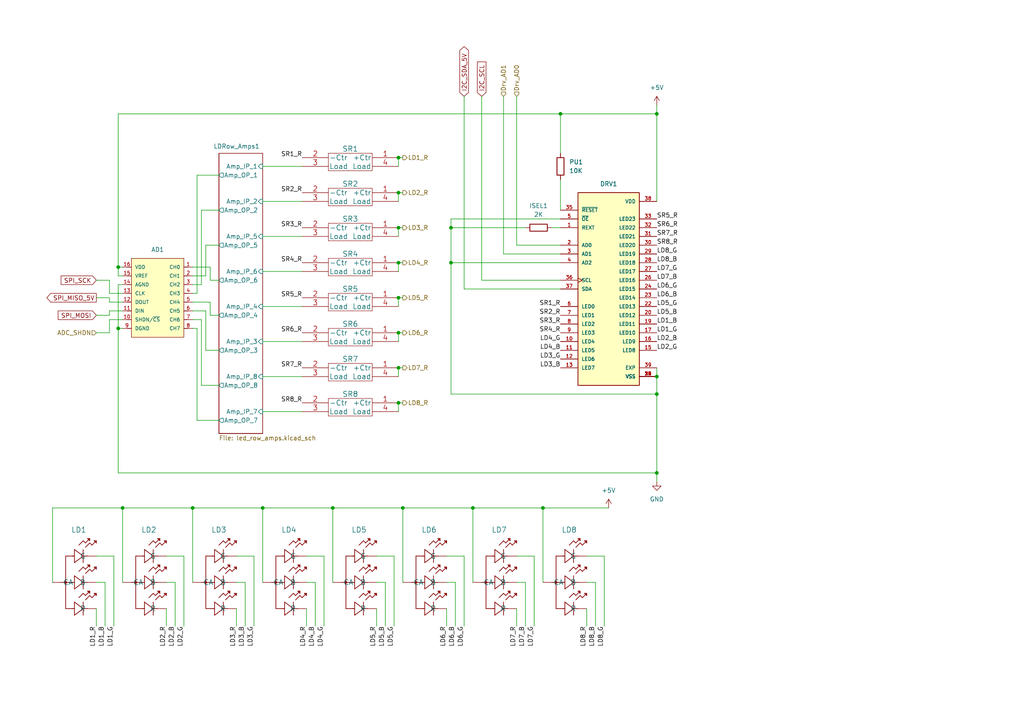
<source format=kicad_sch>
(kicad_sch (version 20211123) (generator eeschema)
  (paper "A4")
  (lib_symbols
    (symbol "ADC:MCU-MCP3008-I{brace}slash}P(DIP16-7.62MM)" (pin_names (offset 1.016))
      (property "Reference" "LED_Row_ADC_1" (at -0.381 15.24 0))
      (symbol "MCU-MCP3008-I{brace}slash}P(DIP16-7.62MM)_0_0"
        (rectangle (start -7.62 11.43) (end 7.62 -11.43) (stroke (width 0.1524)) (fill (type background)))
        (polyline (pts (xy -8.89 -8.89) (xy -7.62 -8.89)) (stroke (width 0.1524)))
        (polyline (pts (xy -8.89 -6.35) (xy -7.62 -6.35)) (stroke (width 0.1524)))
        (polyline (pts (xy -8.89 -3.81) (xy -7.62 -3.81)) (stroke (width 0.1524)))
        (polyline (pts (xy -8.89 -1.27) (xy -7.62 -1.27)) (stroke (width 0.1524)))
        (polyline (pts (xy -8.89 1.27) (xy -7.62 1.27)) (stroke (width 0.1524)))
        (polyline (pts (xy -8.89 3.81) (xy -7.62 3.81)) (stroke (width 0.1524)))
        (polyline (pts (xy -8.89 6.35) (xy -7.62 6.35)) (stroke (width 0.1524)))
        (polyline (pts (xy -8.89 8.89) (xy -7.62 8.89)) (stroke (width 0.1524)))
        (polyline (pts (xy 7.62 -8.89) (xy 8.89 -8.89)) (stroke (width 0.1524)))
        (polyline (pts (xy 7.62 -6.35) (xy 8.89 -6.35)) (stroke (width 0.1524)))
        (polyline (pts (xy 7.62 -3.81) (xy 8.89 -3.81)) (stroke (width 0.1524)))
        (polyline (pts (xy 7.62 -1.27) (xy 8.89 -1.27)) (stroke (width 0.1524)))
        (polyline (pts (xy 7.62 1.27) (xy 8.89 1.27)) (stroke (width 0.1524)))
        (polyline (pts (xy 7.62 3.81) (xy 8.89 3.81)) (stroke (width 0.1524)))
        (polyline (pts (xy 7.62 6.35) (xy 8.89 6.35)) (stroke (width 0.1524)))
        (polyline (pts (xy 7.62 8.89) (xy 8.89 8.89)) (stroke (width 0.1524)))
        (pin input line (at -10.16 8.89 0) (length 2.54) (name "CH0") (number "1"))
        (pin input line (at 10.16 -6.35 180) (length 2.54) (name "SHDN/~{CS}") (number "10"))
        (pin input line (at 10.16 -3.81 180) (length 2.54) (name "DIN") (number "11"))
        (pin output line (at 10.16 -1.27 180) (length 2.54) (name "DOUT") (number "12"))
        (pin input line (at 10.16 1.27 180) (length 2.54) (name "CLK") (number "13"))
        (pin power_in line (at 10.16 3.81 180) (length 2.54) (name "AGND") (number "14"))
        (pin input line (at 10.16 6.35 180) (length 2.54) (name "VREF") (number "15"))
        (pin power_in line (at 10.16 8.89 180) (length 2.54) (name "VDD") (number "16"))
        (pin input line (at -10.16 6.35 0) (length 2.54) (name "CH1") (number "2"))
        (pin input line (at -10.16 3.81 0) (length 2.54) (name "CH2") (number "3"))
        (pin input line (at -10.16 1.27 0) (length 2.54) (name "CH3") (number "4"))
        (pin input line (at -10.16 -1.27 0) (length 2.54) (name "CH4") (number "5"))
        (pin input line (at -10.16 -3.81 0) (length 2.54) (name "CH5") (number "6"))
        (pin input line (at -10.16 -6.35 0) (length 2.54) (name "CH6") (number "7"))
        (pin input line (at -10.16 -8.89 0) (length 2.54) (name "CH7") (number "8"))
        (pin input line (at 10.16 -8.89 180) (length 2.54) (name "DGND") (number "9"))
      )
    )
    (symbol "Device:R" (pin_numbers hide) (pin_names (offset 0))
      (property "Reference" "R" (at 2.032 0 90))
      (property "Value" "R" (at 0 0 90))
      (symbol "R_0_1"
        (rectangle (start -1.016 -2.54) (end 1.016 2.54) (stroke (width 0.254)))
      )
      (symbol "R_1_1"
        (pin passive line (at 0 3.81 270) (length 1.27) (name "~") (number "1"))
        (pin passive line (at 0 -3.81 90) (length 1.27) (name "~") (number "2"))
      )
    )
    (symbol "LED Driver:PCA9956BTWY" (pin_names (offset 1.016))
      (property "Reference" "LED_Driver_1" (at 0 30.48 0))
      (symbol "PCA9956BTWY_0_0"
        (rectangle (start -8.89 27.94) (end 8.89 -27.94) (stroke (width 0.254)) (fill (type background)))
        (pin input line (at -13.97 17.78 0) (length 5.08) (name "REXT") (number "1"))
        (pin output line (at -13.97 -15.24 0) (length 5.08) (name "LED4") (number "10"))
        (pin output line (at -13.97 -17.78 0) (length 5.08) (name "LED5") (number "11"))
        (pin output line (at -13.97 -20.32 0) (length 5.08) (name "LED6") (number "12"))
        (pin output line (at -13.97 -22.86 0) (length 5.08) (name "LED7") (number "13"))
        (pin power_in line (at 13.97 -25.4 180) (length 5.08) (name "VSS") (number "14"))
        (pin output line (at 13.97 -17.78 180) (length 5.08) (name "LED8") (number "15"))
        (pin output line (at 13.97 -15.24 180) (length 5.08) (name "LED9") (number "16"))
        (pin output line (at 13.97 -12.7 180) (length 5.08) (name "LED10") (number "17"))
        (pin power_in line (at 13.97 -25.4 180) (length 5.08) (name "VSS") (number "18"))
        (pin output line (at 13.97 -10.16 180) (length 5.08) (name "LED11") (number "19"))
        (pin input line (at -13.97 12.7 0) (length 5.08) (name "AD0") (number "2"))
        (pin output line (at 13.97 -7.62 180) (length 5.08) (name "LED12") (number "20"))
        (pin power_in line (at 13.97 -25.4 180) (length 5.08) (name "VSS") (number "21"))
        (pin output line (at 13.97 -5.08 180) (length 5.08) (name "LED13") (number "22"))
        (pin output line (at 13.97 -2.54 180) (length 5.08) (name "LED14") (number "23"))
        (pin output line (at 13.97 0 180) (length 5.08) (name "LED15") (number "24"))
        (pin power_in line (at 13.97 -25.4 180) (length 5.08) (name "VSS") (number "25"))
        (pin output line (at 13.97 2.54 180) (length 5.08) (name "LED16") (number "26"))
        (pin output line (at 13.97 5.08 180) (length 5.08) (name "LED17") (number "27"))
        (pin output line (at 13.97 7.62 180) (length 5.08) (name "LED18") (number "28"))
        (pin output line (at 13.97 10.16 180) (length 5.08) (name "LED19") (number "29"))
        (pin input line (at -13.97 10.16 0) (length 5.08) (name "AD1") (number "3"))
        (pin output line (at 13.97 12.7 180) (length 5.08) (name "LED20") (number "30"))
        (pin output line (at 13.97 15.24 180) (length 5.08) (name "LED21") (number "31"))
        (pin output line (at 13.97 17.78 180) (length 5.08) (name "LED22") (number "32"))
        (pin output line (at 13.97 20.32 180) (length 5.08) (name "LED23") (number "33"))
        (pin power_in line (at 13.97 -25.4 180) (length 5.08) (name "VSS") (number "34"))
        (pin input line (at -13.97 22.86 0) (length 5.08) (name "~{RESET}") (number "35"))
        (pin input clock (at -13.97 2.54 0) (length 5.08) (name "SCL") (number "36"))
        (pin bidirectional line (at -13.97 0 0) (length 5.08) (name "SDA") (number "37"))
        (pin power_in line (at 13.97 25.4 180) (length 5.08) (name "VDD") (number "38"))
        (pin power_in line (at 13.97 -22.86 180) (length 5.08) (name "EXP") (number "39"))
        (pin input line (at -13.97 7.62 0) (length 5.08) (name "AD2") (number "4"))
        (pin input line (at -13.97 20.32 0) (length 5.08) (name "~{OE}") (number "5"))
        (pin output line (at -13.97 -5.08 0) (length 5.08) (name "LED0") (number "6"))
        (pin output line (at -13.97 -7.62 0) (length 5.08) (name "LED1") (number "7"))
        (pin output line (at -13.97 -10.16 0) (length 5.08) (name "LED2") (number "8"))
        (pin output line (at -13.97 -12.7 0) (length 5.08) (name "LED3") (number "9"))
      )
    )
    (symbol "RGB LED:WP154A4SEJ3VBDZGC{brace}slash}CA" (pin_numbers hide)
      (property "Reference" "LED" (at 5.08 -11.43 0))
      (property "Value" "WP154A4SEJ3VBDZGC{brace}slash}CA" (at 5.08 -13.97 0))
      (symbol "WP154A4SEJ3VBDZGC{brace}slash}CA_1_1"
        (polyline (pts (xy 2.54 0) (xy 6.0198 0)) (stroke (width 0.2032)))
        (polyline (pts (xy 3.81 -7.62) (xy 6.0198 -7.62)) (stroke (width 0.2032)))
        (polyline (pts (xy 3.81 7.62) (xy 3.81 -7.62)) (stroke (width 0.2032)))
        (polyline (pts (xy 3.81 7.62) (xy 6.0198 7.62)) (stroke (width 0.2032)))
        (polyline (pts (xy 5.715 -7.62) (xy 6.35 -7.62)) (stroke (width 0.2032)))
        (polyline (pts (xy 5.715 0) (xy 6.35 0)) (stroke (width 0.2032)))
        (polyline (pts (xy 5.715 7.62) (xy 6.35 7.62)) (stroke (width 0.2032)))
        (polyline (pts (xy 6.35 -9.525) (xy 8.89 -7.62)) (stroke (width 0.2032)))
        (polyline (pts (xy 6.35 -5.715) (xy 6.35 -9.525)) (stroke (width 0.2032)))
        (polyline (pts (xy 6.35 -1.905) (xy 8.89 0)) (stroke (width 0.2032)))
        (polyline (pts (xy 6.35 1.905) (xy 6.35 -1.905)) (stroke (width 0.2032)))
        (polyline (pts (xy 6.35 5.715) (xy 8.89 7.62)) (stroke (width 0.2032)))
        (polyline (pts (xy 6.35 9.525) (xy 6.35 5.715)) (stroke (width 0.2032)))
        (polyline (pts (xy 7.62 -4.445) (xy 8.89 -3.175)) (stroke (width 0.2032)))
        (polyline (pts (xy 7.62 3.175) (xy 8.89 4.445)) (stroke (width 0.2032)))
        (polyline (pts (xy 7.62 10.795) (xy 8.89 12.065)) (stroke (width 0.2032)))
        (polyline (pts (xy 8.89 -9.525) (xy 8.89 -5.715)) (stroke (width 0.2032)))
        (polyline (pts (xy 8.89 -7.62) (xy 6.35 -5.715)) (stroke (width 0.2032)))
        (polyline (pts (xy 8.89 -7.62) (xy 10.16 -7.62)) (stroke (width 0.2032)))
        (polyline (pts (xy 8.89 -3.175) (xy 9.525 -3.81)) (stroke (width 0.2032)))
        (polyline (pts (xy 8.89 -1.905) (xy 8.89 1.905)) (stroke (width 0.2032)))
        (polyline (pts (xy 8.89 0) (xy 6.35 1.905)) (stroke (width 0.2032)))
        (polyline (pts (xy 8.89 0) (xy 10.16 0)) (stroke (width 0.2032)))
        (polyline (pts (xy 8.89 4.445) (xy 9.525 3.81)) (stroke (width 0.2032)))
        (polyline (pts (xy 8.89 5.715) (xy 8.89 9.525)) (stroke (width 0.2032)))
        (polyline (pts (xy 8.89 7.62) (xy 6.35 9.525)) (stroke (width 0.2032)))
        (polyline (pts (xy 8.89 7.62) (xy 10.16 7.62)) (stroke (width 0.2032)))
        (polyline (pts (xy 8.89 12.065) (xy 9.525 11.43)) (stroke (width 0.2032)))
        (polyline (pts (xy 9.525 -5.08) (xy 10.795 -3.81)) (stroke (width 0.2032)))
        (polyline (pts (xy 9.525 -3.81) (xy 10.795 -2.54)) (stroke (width 0.2032)))
        (polyline (pts (xy 9.525 2.54) (xy 10.795 3.81)) (stroke (width 0.2032)))
        (polyline (pts (xy 9.525 3.81) (xy 10.795 5.08)) (stroke (width 0.2032)))
        (polyline (pts (xy 9.525 10.16) (xy 10.795 11.43)) (stroke (width 0.2032)))
        (polyline (pts (xy 9.525 11.43) (xy 10.795 12.7)) (stroke (width 0.2032)))
        (polyline (pts (xy 10.16 -2.54) (xy 10.795 -3.175)) (stroke (width 0.2032)))
        (polyline (pts (xy 10.16 5.08) (xy 10.795 4.445)) (stroke (width 0.2032)))
        (polyline (pts (xy 10.16 12.7) (xy 10.795 12.065)) (stroke (width 0.2032)))
        (polyline (pts (xy 10.795 -3.81) (xy 11.43 -4.445)) (stroke (width 0.2032)))
        (polyline (pts (xy 10.795 -3.175) (xy 10.795 -2.54)) (stroke (width 0.2032)))
        (polyline (pts (xy 10.795 -2.54) (xy 10.16 -2.54)) (stroke (width 0.2032)))
        (polyline (pts (xy 10.795 3.81) (xy 11.43 3.175)) (stroke (width 0.2032)))
        (polyline (pts (xy 10.795 4.445) (xy 10.795 5.08)) (stroke (width 0.2032)))
        (polyline (pts (xy 10.795 5.08) (xy 10.16 5.08)) (stroke (width 0.2032)))
        (polyline (pts (xy 10.795 11.43) (xy 11.43 10.795)) (stroke (width 0.2032)))
        (polyline (pts (xy 10.795 12.065) (xy 10.795 12.7)) (stroke (width 0.2032)))
        (polyline (pts (xy 10.795 12.7) (xy 10.16 12.7)) (stroke (width 0.2032)))
        (polyline (pts (xy 11.43 -4.445) (xy 12.7 -3.175)) (stroke (width 0.2032)))
        (polyline (pts (xy 11.43 3.175) (xy 12.7 4.445)) (stroke (width 0.2032)))
        (polyline (pts (xy 11.43 10.795) (xy 12.7 12.065)) (stroke (width 0.2032)))
        (polyline (pts (xy 12.065 -3.175) (xy 12.7 -3.81)) (stroke (width 0.2032)))
        (polyline (pts (xy 12.065 4.445) (xy 12.7 3.81)) (stroke (width 0.2032)))
        (polyline (pts (xy 12.065 12.065) (xy 12.7 11.43)) (stroke (width 0.2032)))
        (polyline (pts (xy 12.7 -3.81) (xy 12.7 -3.175)) (stroke (width 0.2032)))
        (polyline (pts (xy 12.7 -3.175) (xy 12.065 -3.175)) (stroke (width 0.2032)))
        (polyline (pts (xy 12.7 3.81) (xy 12.7 4.445)) (stroke (width 0.2032)))
        (polyline (pts (xy 12.7 4.445) (xy 12.065 4.445)) (stroke (width 0.2032)))
        (polyline (pts (xy 12.7 11.43) (xy 12.7 12.065)) (stroke (width 0.2032)))
        (polyline (pts (xy 12.7 12.065) (xy 12.065 12.065)) (stroke (width 0.2032)))
        (arc (start 3.81 -0.254) (mid 3.81 0.254) (end 3.81 -0.254) (stroke (width 0.254)))
        (circle (center 3.81 0) (radius 0.254) (stroke (width 0.254)))
        (pin unspecified line (at 12.7 -7.62 180) (length 2.54) (name "R") (number "1"))
        (pin power_in line (at 0 0 0) (length 2.54) (name "CA") (number "2"))
        (pin unspecified line (at 12.7 0 180) (length 2.54) (name "B") (number "3"))
        (pin unspecified line (at 12.7 7.62 180) (length 2.54) (name "G") (number "4"))
      )
    )
    (symbol "SSR:TLP4176ATP_F" (pin_names (offset 0.254))
      (property "Reference" "Q" (at 0 3.81 0))
      (symbol "TLP4176ATP_F_1_1"
        (polyline (pts (xy -6.35 -2.54) (xy 6.35 -2.54)) (stroke (width 0.127)))
        (polyline (pts (xy -6.35 2.54) (xy -6.35 -2.54)) (stroke (width 0.127)))
        (polyline (pts (xy 6.35 -2.54) (xy 6.35 2.54)) (stroke (width 0.127)))
        (polyline (pts (xy 6.35 2.54) (xy -6.35 2.54)) (stroke (width 0.127)))
        (pin unspecified line (at 13.97 1.27 180) (length 7.62) (name "+Ctr") (number "1"))
        (pin unspecified line (at -13.97 1.27 0) (length 7.62) (name "-Ctr") (number "2"))
        (pin unspecified line (at -13.97 -1.27 0) (length 7.62) (name "Load") (number "3"))
        (pin unspecified line (at 13.97 -1.27 180) (length 7.62) (name "Load") (number "4"))
      )
    )
    (symbol "power:+5V" (power) (pin_names (offset 0))
      (property "Value" "+5V" (at 0 3.556 0))
      (symbol "+5V_0_1"
        (polyline (pts (xy -0.762 1.27) (xy 0 2.54)))
        (polyline (pts (xy 0 0) (xy 0 2.54)))
        (polyline (pts (xy 0 2.54) (xy 0.762 1.27)))
      )
      (symbol "+5V_1_1"
        (pin power_in line (at 0 0 90) (length 0) hide (name "+5V") (number "1"))
      )
    )
    (symbol "power:GND" (power) (pin_names (offset 0))
      (property "Value" "GND" (at 0 -3.81 0))
      (symbol "GND_0_1"
        (polyline (pts (xy 0 0) (xy 0 -1.27) (xy 1.27 -1.27) (xy 0 -2.54) (xy -1.27 -1.27) (xy 0 -1.27)))
      )
      (symbol "GND_1_1"
        (pin power_in line (at 0 0 270) (length 0) hide (name "GND") (number "1"))
      )
    )
  )
  (junction (at 115.57 45.72))
  (junction (at 55.88 147.32))
  (junction (at 115.57 106.68))
  (junction (at 130.81 76.2))
  (junction (at 35.56 147.32))
  (junction (at 137.16 147.32))
  (junction (at 115.57 55.88))
  (junction (at 116.84 147.32))
  (junction (at 34.29 77.47))
  (junction (at 96.52 147.32))
  (junction (at 76.2 147.32))
  (junction (at 115.57 66.04))
  (junction (at 115.57 96.52))
  (junction (at 115.57 86.36))
  (junction (at 34.29 95.25))
  (junction (at 115.57 116.84))
  (junction (at 190.5 114.3))
  (junction (at 190.5 109.22))
  (junction (at 190.5 33.02))
  (junction (at 130.81 66.04))
  (junction (at 162.56 33.02))
  (junction (at 115.57 76.2))
  (junction (at 157.48 147.32))
  (junction (at 190.5 137.16))
  (wire (pts (xy 55.88 82.55) (xy 58.42 82.55)))
  (wire (pts (xy 60.96 91.44) (xy 60.96 87.63)))
  (wire (pts (xy 130.81 66.04) (xy 130.81 63.5)))
  (wire (pts (xy 170.18 168.91) (xy 172.72 168.91)))
  (wire (pts (xy 93.98 161.29) (xy 93.98 181.61)))
  (wire (pts (xy 31.75 81.28) (xy 31.75 85.09)))
  (wire (pts (xy 63.5 71.12) (xy 59.69 71.12)))
  (wire (pts (xy 60.96 87.63) (xy 55.88 87.63)))
  (wire (pts (xy 48.26 168.91) (xy 50.8 168.91)))
  (wire (pts (xy 109.22 161.29) (xy 114.3 161.29)))
  (wire (pts (xy 76.2 109.22) (xy 87.63 109.22)))
  (wire (pts (xy 96.52 147.32) (xy 96.52 168.91)))
  (wire (pts (xy 53.34 161.29) (xy 53.34 181.61)))
  (wire (pts (xy 34.29 77.47) (xy 34.29 33.02)))
  (wire (pts (xy 27.94 176.53) (xy 27.94 181.61)))
  (wire (pts (xy 130.81 76.2) (xy 162.56 76.2)))
  (wire (pts (xy 162.56 33.02) (xy 162.56 44.45)))
  (wire (pts (xy 190.5 33.02) (xy 190.5 58.42)))
  (wire (pts (xy 139.7 27.94) (xy 139.7 81.28)))
  (wire (pts (xy 55.88 147.32) (xy 55.88 168.91)))
  (wire (pts (xy 116.84 147.32) (xy 137.16 147.32)))
  (wire (pts (xy 170.18 176.53) (xy 170.18 181.61)))
  (wire (pts (xy 27.94 161.29) (xy 33.02 161.29)))
  (wire (pts (xy 175.26 161.29) (xy 175.26 181.61)))
  (wire (pts (xy 190.5 106.68) (xy 190.5 109.22)))
  (wire (pts (xy 88.9 168.91) (xy 91.44 168.91)))
  (wire (pts (xy 190.5 137.16) (xy 190.5 139.7)))
  (wire (pts (xy 115.57 66.04) (xy 116.84 66.04)))
  (wire (pts (xy 132.08 168.91) (xy 132.08 181.61)))
  (wire (pts (xy 115.57 55.88) (xy 116.84 55.88)))
  (wire (pts (xy 130.81 63.5) (xy 162.56 63.5)))
  (wire (pts (xy 60.96 77.47) (xy 55.88 77.47)))
  (wire (pts (xy 76.2 68.58) (xy 87.63 68.58)))
  (wire (pts (xy 149.86 71.12) (xy 162.56 71.12)))
  (wire (pts (xy 34.29 137.16) (xy 190.5 137.16)))
  (wire (pts (xy 134.62 83.82) (xy 162.56 83.82)))
  (wire (pts (xy 27.94 86.36) (xy 31.75 86.36)))
  (wire (pts (xy 88.9 176.53) (xy 88.9 181.61)))
  (wire (pts (xy 68.58 168.91) (xy 71.12 168.91)))
  (wire (pts (xy 57.15 50.8) (xy 57.15 85.09)))
  (wire (pts (xy 149.86 161.29) (xy 154.94 161.29)))
  (wire (pts (xy 96.52 147.32) (xy 116.84 147.32)))
  (wire (pts (xy 50.8 168.91) (xy 50.8 181.61)))
  (wire (pts (xy 34.29 82.55) (xy 34.29 95.25)))
  (wire (pts (xy 57.15 85.09) (xy 55.88 85.09)))
  (wire (pts (xy 35.56 147.32) (xy 35.56 168.91)))
  (wire (pts (xy 149.86 27.94) (xy 149.86 71.12)))
  (wire (pts (xy 115.57 116.84) (xy 116.84 116.84)))
  (wire (pts (xy 33.02 161.29) (xy 33.02 181.61)))
  (wire (pts (xy 34.29 33.02) (xy 162.56 33.02)))
  (wire (pts (xy 149.86 168.91) (xy 152.4 168.91)))
  (wire (pts (xy 27.94 96.52) (xy 31.75 96.52)))
  (wire (pts (xy 63.5 91.44) (xy 60.96 91.44)))
  (wire (pts (xy 76.2 147.32) (xy 96.52 147.32)))
  (wire (pts (xy 31.75 87.63) (xy 35.56 87.63)))
  (wire (pts (xy 73.66 161.29) (xy 73.66 181.61)))
  (wire (pts (xy 34.29 95.25) (xy 35.56 95.25)))
  (wire (pts (xy 58.42 92.71) (xy 58.42 111.76)))
  (wire (pts (xy 58.42 60.96) (xy 63.5 60.96)))
  (wire (pts (xy 109.22 176.53) (xy 109.22 181.61)))
  (wire (pts (xy 31.75 92.71) (xy 35.56 92.71)))
  (wire (pts (xy 139.7 81.28) (xy 162.56 81.28)))
  (wire (pts (xy 170.18 161.29) (xy 175.26 161.29)))
  (wire (pts (xy 34.29 77.47) (xy 34.29 80.01)))
  (wire (pts (xy 137.16 147.32) (xy 137.16 168.91)))
  (wire (pts (xy 63.5 81.28) (xy 60.96 81.28)))
  (wire (pts (xy 31.75 91.44) (xy 31.75 90.17)))
  (wire (pts (xy 109.22 168.91) (xy 111.76 168.91)))
  (wire (pts (xy 134.62 161.29) (xy 134.62 181.61)))
  (wire (pts (xy 115.57 119.38) (xy 115.57 116.84)))
  (wire (pts (xy 60.96 81.28) (xy 60.96 77.47)))
  (wire (pts (xy 115.57 76.2) (xy 116.84 76.2)))
  (wire (pts (xy 115.57 48.26) (xy 115.57 45.72)))
  (wire (pts (xy 76.2 58.42) (xy 87.63 58.42)))
  (wire (pts (xy 190.5 30.48) (xy 190.5 33.02)))
  (wire (pts (xy 15.24 168.91) (xy 15.24 147.32)))
  (wire (pts (xy 76.2 88.9) (xy 87.63 88.9)))
  (wire (pts (xy 34.29 95.25) (xy 34.29 137.16)))
  (wire (pts (xy 35.56 82.55) (xy 34.29 82.55)))
  (wire (pts (xy 162.56 52.07) (xy 162.56 60.96)))
  (wire (pts (xy 55.88 95.25) (xy 57.15 95.25)))
  (wire (pts (xy 91.44 168.91) (xy 91.44 181.61)))
  (wire (pts (xy 115.57 86.36) (xy 116.84 86.36)))
  (wire (pts (xy 115.57 68.58) (xy 115.57 66.04)))
  (wire (pts (xy 129.54 168.91) (xy 132.08 168.91)))
  (wire (pts (xy 76.2 99.06) (xy 87.63 99.06)))
  (wire (pts (xy 35.56 77.47) (xy 34.29 77.47)))
  (wire (pts (xy 58.42 111.76) (xy 63.5 111.76)))
  (wire (pts (xy 115.57 99.06) (xy 115.57 96.52)))
  (wire (pts (xy 59.69 90.17) (xy 55.88 90.17)))
  (wire (pts (xy 130.81 66.04) (xy 152.4 66.04)))
  (wire (pts (xy 27.94 81.28) (xy 31.75 81.28)))
  (wire (pts (xy 76.2 147.32) (xy 76.2 168.91)))
  (wire (pts (xy 190.5 114.3) (xy 190.5 137.16)))
  (wire (pts (xy 152.4 168.91) (xy 152.4 181.61)))
  (wire (pts (xy 115.57 106.68) (xy 116.84 106.68)))
  (wire (pts (xy 134.62 27.94) (xy 134.62 83.82)))
  (wire (pts (xy 31.75 90.17) (xy 35.56 90.17)))
  (wire (pts (xy 31.75 96.52) (xy 31.75 92.71)))
  (wire (pts (xy 130.81 76.2) (xy 130.81 66.04)))
  (wire (pts (xy 34.29 80.01) (xy 35.56 80.01)))
  (wire (pts (xy 154.94 161.29) (xy 154.94 181.61)))
  (wire (pts (xy 130.81 114.3) (xy 130.81 76.2)))
  (wire (pts (xy 190.5 109.22) (xy 190.5 114.3)))
  (wire (pts (xy 146.05 27.94) (xy 146.05 73.66)))
  (wire (pts (xy 55.88 147.32) (xy 76.2 147.32)))
  (wire (pts (xy 71.12 168.91) (xy 71.12 181.61)))
  (wire (pts (xy 115.57 58.42) (xy 115.57 55.88)))
  (wire (pts (xy 48.26 176.53) (xy 48.26 181.61)))
  (wire (pts (xy 157.48 147.32) (xy 157.48 168.91)))
  (wire (pts (xy 63.5 50.8) (xy 57.15 50.8)))
  (wire (pts (xy 115.57 88.9) (xy 115.57 86.36)))
  (wire (pts (xy 160.02 66.04) (xy 162.56 66.04)))
  (wire (pts (xy 59.69 80.01) (xy 55.88 80.01)))
  (wire (pts (xy 111.76 168.91) (xy 111.76 181.61)))
  (wire (pts (xy 162.56 33.02) (xy 190.5 33.02)))
  (wire (pts (xy 116.84 147.32) (xy 116.84 168.91)))
  (wire (pts (xy 27.94 91.44) (xy 31.75 91.44)))
  (wire (pts (xy 59.69 101.6) (xy 59.69 90.17)))
  (wire (pts (xy 115.57 96.52) (xy 116.84 96.52)))
  (wire (pts (xy 57.15 95.25) (xy 57.15 121.92)))
  (wire (pts (xy 15.24 147.32) (xy 35.56 147.32)))
  (wire (pts (xy 114.3 161.29) (xy 114.3 181.61)))
  (wire (pts (xy 76.2 119.38) (xy 87.63 119.38)))
  (wire (pts (xy 115.57 109.22) (xy 115.57 106.68)))
  (wire (pts (xy 27.94 168.91) (xy 30.48 168.91)))
  (wire (pts (xy 157.48 147.32) (xy 176.53 147.32)))
  (wire (pts (xy 115.57 78.74) (xy 115.57 76.2)))
  (wire (pts (xy 48.26 161.29) (xy 53.34 161.29)))
  (wire (pts (xy 76.2 78.74) (xy 87.63 78.74)))
  (wire (pts (xy 115.57 45.72) (xy 116.84 45.72)))
  (wire (pts (xy 31.75 86.36) (xy 31.75 87.63)))
  (wire (pts (xy 88.9 161.29) (xy 93.98 161.29)))
  (wire (pts (xy 76.2 48.26) (xy 87.63 48.26)))
  (wire (pts (xy 190.5 114.3) (xy 130.81 114.3)))
  (wire (pts (xy 35.56 147.32) (xy 55.88 147.32)))
  (wire (pts (xy 30.48 168.91) (xy 30.48 181.61)))
  (wire (pts (xy 129.54 176.53) (xy 129.54 181.61)))
  (wire (pts (xy 129.54 161.29) (xy 134.62 161.29)))
  (wire (pts (xy 149.86 176.53) (xy 149.86 181.61)))
  (wire (pts (xy 59.69 71.12) (xy 59.69 80.01)))
  (wire (pts (xy 63.5 101.6) (xy 59.69 101.6)))
  (wire (pts (xy 58.42 82.55) (xy 58.42 60.96)))
  (wire (pts (xy 172.72 168.91) (xy 172.72 181.61)))
  (wire (pts (xy 68.58 161.29) (xy 73.66 161.29)))
  (wire (pts (xy 57.15 121.92) (xy 63.5 121.92)))
  (wire (pts (xy 137.16 147.32) (xy 157.48 147.32)))
  (wire (pts (xy 68.58 176.53) (xy 68.58 181.61)))
  (wire (pts (xy 31.75 85.09) (xy 35.56 85.09)))
  (wire (pts (xy 55.88 92.71) (xy 58.42 92.71)))
  (wire (pts (xy 146.05 73.66) (xy 162.56 73.66)))
  (label "LD3_G" (at 162.56 104.14 180))
  (label "LD6_B" (at 190.5 86.36 0))
  (label "LD6_B" (at 132.08 181.61 270))
  (label "LD3_B" (at 71.12 181.61 270))
  (label "LD3_R" (at 68.58 181.61 270))
  (label "LD6_G" (at 190.5 83.82 0))
  (label "LD4_B" (at 91.44 181.61 270))
  (label "SR3_R" (at 162.56 93.98 180))
  (label "SR7_R" (at 190.5 68.58 0))
  (label "LD7_R" (at 149.86 181.61 270))
  (label "LD6_G" (at 134.62 181.61 270))
  (label "LD3_G" (at 73.66 181.61 270))
  (label "LD8_R" (at 170.18 181.61 270))
  (label "LD8_B" (at 190.5 76.2 0))
  (label "SR4_R" (at 162.56 96.52 180))
  (label "SR6_R" (at 190.5 66.04 0))
  (label "LD7_B" (at 190.5 81.28 0))
  (label "LD5_R" (at 109.22 181.61 270))
  (label "LD5_G" (at 114.3 181.61 270))
  (label "LD7_G" (at 154.94 181.61 270))
  (label "SR1_R" (at 87.63 45.72 180))
  (label "LD2_R" (at 48.26 181.61 270))
  (label "LD8_G" (at 175.26 181.61 270))
  (label "SR5_R" (at 190.5 63.5 0))
  (label "SR1_R" (at 162.56 88.9 180))
  (label "LD6_R" (at 129.54 181.61 270))
  (label "SR5_R" (at 87.63 86.36 180))
  (label "LD4_G" (at 93.98 181.61 270))
  (label "SR7_R" (at 87.63 106.68 180))
  (label "SR2_R" (at 162.56 91.44 180))
  (label "SR3_R" (at 87.63 66.04 180))
  (label "LD1_B" (at 30.48 181.61 270))
  (label "SR6_R" (at 87.63 96.52 180))
  (label "LD5_G" (at 190.5 88.9 0))
  (label "LD2_B" (at 50.8 181.61 270))
  (label "LD5_B" (at 190.5 91.44 0))
  (label "LD1_R" (at 27.94 181.61 270))
  (label "LD8_B" (at 172.72 181.61 270))
  (label "LD5_B" (at 111.76 181.61 270))
  (label "LD7_G" (at 190.5 78.74 0))
  (label "LD4_R" (at 88.9 181.61 270))
  (label "LD1_G" (at 190.5 96.52 0))
  (label "LD1_B" (at 190.5 93.98 0))
  (label "LD3_B" (at 162.56 106.68 180))
  (label "SR8_R" (at 87.63 116.84 180))
  (label "SR8_R" (at 190.5 71.12 0))
  (label "LD7_B" (at 152.4 181.61 270))
  (label "LD4_B" (at 162.56 101.6 180))
  (label "SR2_R" (at 87.63 55.88 180))
  (label "LD1_G" (at 33.02 181.61 270))
  (label "LD2_G" (at 53.34 181.61 270))
  (label "SR4_R" (at 87.63 76.2 180))
  (label "LD2_G" (at 190.5 101.6 0))
  (label "LD4_G" (at 162.56 99.06 180))
  (label "LD8_G" (at 190.5 73.66 0))
  (label "LD2_B" (at 190.5 99.06 0))
  (global_label "SPI_MOSI" (shape input) (at 27.94 91.44 180) (property "Intersheet References" "${INTERSHEET_REFS}" (effects hide)))
  (global_label "I2C_SCL" (shape input) (at 139.7 27.94 90) (property "Intersheet References" "${INTERSHEET_REFS}" (effects hide)))
  (global_label "SPI_SCK" (shape input) (at 27.94 81.28 180) (property "Intersheet References" "${INTERSHEET_REFS}" (effects hide)))
  (global_label "SPI_MISO_5V" (shape output) (at 27.94 86.36 180) (property "Intersheet References" "${INTERSHEET_REFS}" (effects hide)))
  (global_label "I2C_SDA_5V" (shape bidirectional) (at 134.62 27.94 90) (property "Intersheet References" "${INTERSHEET_REFS}" (effects hide)))
  (hierarchical_label "LD2_R" (shape output) (at 116.84 55.88 0))
  (hierarchical_label "LD4_R" (shape output) (at 116.84 76.2 0))
  (hierarchical_label "LD5_R" (shape output) (at 116.84 86.36 0))
  (hierarchical_label "LD6_R" (shape output) (at 116.84 96.52 0))
  (hierarchical_label "Drv_AD1" (shape input) (at 146.05 27.94 90))
  (hierarchical_label "ADC_SHDN" (shape input) (at 27.94 96.52 180))
  (hierarchical_label "LD7_R" (shape output) (at 116.84 106.68 0))
  (hierarchical_label "LD8_R" (shape output) (at 116.84 116.84 0))
  (hierarchical_label "LD1_R" (shape output) (at 116.84 45.72 0))
  (hierarchical_label "Drv_AD0" (shape input) (at 149.86 27.94 90))
  (hierarchical_label "LD3_R" (shape output) (at 116.84 66.04 0))
  (symbol (lib_id "SSR:TLP4176ATP_F") (at 101.6 97.79 0) (unit 1)
    (property "Reference" "SR6" (at 101.6 93.98 0) (effects (font (size 1.524 1.524))))
    (property "Value" "TLP4176ATP_F" (effects hide))
    (property "Footprint" "SSR:footprints" (effects hide))
  )
  (symbol (lib_id "power:+5V") (at 176.53 147.32 0) (unit 1)
    (property "Reference" "#PWR0109" (effects hide))
    (property "Value" "+5V" (at 176.53 142.24 0))
  )
  (symbol (lib_id "SSR:TLP4176ATP_F") (at 101.6 87.63 0) (unit 1)
    (property "Reference" "SR5" (at 101.6 83.82 0) (effects (font (size 1.524 1.524))))
    (property "Value" "TLP4176ATP_F" (effects hide))
    (property "Footprint" "SSR:footprints" (effects hide))
  )
  (symbol (lib_id "SSR:TLP4176ATP_F") (at 101.6 67.31 0) (unit 1)
    (property "Reference" "SR3" (at 101.6 63.5 0) (effects (font (size 1.524 1.524))))
    (property "Value" "TLP4176ATP_F" (effects hide))
    (property "Footprint" "SSR:footprints" (effects hide))
  )
  (symbol (lib_id "RGB LED:WP154A4SEJ3VBDZGC{brace}slash}CA") (at 15.24 168.91 0) (unit 1)
    (property "Reference" "LD1" (at 22.86 153.67 0) (effects (font (size 1.524 1.524))))
    (property "Value" "WP154A4SEJ3VBDZGC{slash}CA" (effects hide))
    (property "Footprint" "RGB LED:WP154A4SEJ3VBDZGC&slash_CA" (effects hide))
  )
  (symbol (lib_id "RGB LED:WP154A4SEJ3VBDZGC{brace}slash}CA") (at 55.88 168.91 0) (unit 1)
    (property "Reference" "LD3" (at 63.5 153.67 0) (effects (font (size 1.524 1.524))))
    (property "Value" "WP154A4SEJ3VBDZGC{slash}CA" (effects hide))
    (property "Footprint" "RGB LED:WP154A4SEJ3VBDZGC&slash_CA" (effects hide))
  )
  (symbol (lib_id "RGB LED:WP154A4SEJ3VBDZGC{brace}slash}CA") (at 76.2 168.91 0) (unit 1)
    (property "Reference" "LD4" (at 83.82 153.67 0) (effects (font (size 1.524 1.524))))
    (property "Value" "WP154A4SEJ3VBDZGC{slash}CA" (effects hide))
    (property "Footprint" "RGB LED:WP154A4SEJ3VBDZGC&slash_CA" (effects hide))
  )
  (symbol (lib_id "SSR:TLP4176ATP_F") (at 101.6 77.47 0) (unit 1)
    (property "Reference" "SR4" (at 101.6 73.66 0) (effects (font (size 1.524 1.524))))
    (property "Value" "TLP4176ATP_F" (effects hide))
    (property "Footprint" "SSR:footprints" (effects hide))
  )
  (symbol (lib_id "SSR:TLP4176ATP_F") (at 101.6 57.15 0) (unit 1)
    (property "Reference" "SR2" (at 101.6 53.34 0) (effects (font (size 1.524 1.524))))
    (property "Value" "TLP4176ATP_F" (effects hide))
    (property "Footprint" "SSR:footprints" (effects hide))
  )
  (symbol (lib_id "ADC:MCU-MCP3008-I{brace}slash}P(DIP16-7.62MM)") (at 45.72 86.36 0) (mirror y) (unit 1)
    (property "Reference" "AD1" (at 45.72 72.39 0))
    (property "Value" "MCU-MCP3008-I/P(DIP16-7.62MM)" (effects hide))
    (property "Footprint" "ADC:MCP3008-I&slash_P" (effects hide))
    (property "MPN" "MCP3008-I/P" (effects hide))
    (property "VALUE" "MCP3008-I/P-DIP16" (effects hide))
  )
  (symbol (lib_id "RGB LED:WP154A4SEJ3VBDZGC{brace}slash}CA") (at 157.48 168.91 0) (unit 1)
    (property "Reference" "LD8" (at 165.1 153.67 0) (effects (font (size 1.524 1.524))))
    (property "Value" "WP154A4SEJ3VBDZGC{slash}CA" (effects hide))
    (property "Footprint" "RGB LED:WP154A4SEJ3VBDZGC&slash_CA" (effects hide))
  )
  (symbol (lib_id "SSR:TLP4176ATP_F") (at 101.6 46.99 0) (unit 1)
    (property "Reference" "SR1" (at 101.6 43.18 0) (effects (font (size 1.524 1.524))))
    (property "Value" "TLP4176ATP_F" (effects hide))
    (property "Footprint" "SSR:footprints" (effects hide))
  )
  (symbol (lib_id "RGB LED:WP154A4SEJ3VBDZGC{brace}slash}CA") (at 96.52 168.91 0) (unit 1)
    (property "Reference" "LD5" (at 104.14 153.67 0) (effects (font (size 1.524 1.524))))
    (property "Value" "WP154A4SEJ3VBDZGC{slash}CA" (effects hide))
    (property "Footprint" "RGB LED:WP154A4SEJ3VBDZGC&slash_CA" (effects hide))
  )
  (symbol (lib_id "RGB LED:WP154A4SEJ3VBDZGC{brace}slash}CA") (at 137.16 168.91 0) (unit 1)
    (property "Reference" "LD7" (at 144.78 153.67 0) (effects (font (size 1.524 1.524))))
    (property "Value" "WP154A4SEJ3VBDZGC{slash}CA" (effects hide))
    (property "Footprint" "RGB LED:WP154A4SEJ3VBDZGC&slash_CA" (effects hide))
  )
  (symbol (lib_id "power:+5V") (at 190.5 30.48 0) (unit 1)
    (property "Reference" "#PWR0105" (effects hide))
    (property "Value" "+5V" (at 190.5 25.4 0))
  )
  (symbol (lib_id "power:GND") (at 190.5 139.7 0) (unit 1)
    (property "Reference" "#PWR0106" (effects hide))
    (property "Value" "GND" (at 190.5 144.78 0))
  )
  (symbol (lib_id "RGB LED:WP154A4SEJ3VBDZGC{brace}slash}CA") (at 116.84 168.91 0) (unit 1)
    (property "Reference" "LD6" (at 124.46 153.67 0) (effects (font (size 1.524 1.524))))
    (property "Value" "WP154A4SEJ3VBDZGC{slash}CA" (effects hide))
    (property "Footprint" "RGB LED:WP154A4SEJ3VBDZGC&slash_CA" (effects hide))
  )
  (symbol (lib_id "RGB LED:WP154A4SEJ3VBDZGC{brace}slash}CA") (at 35.56 168.91 0) (unit 1)
    (property "Reference" "LD2" (at 43.18 153.67 0) (effects (font (size 1.524 1.524))))
    (property "Value" "WP154A4SEJ3VBDZGC{slash}CA" (effects hide))
    (property "Footprint" "RGB LED:WP154A4SEJ3VBDZGC&slash_CA" (effects hide))
  )
  (symbol (lib_id "Device:R") (at 162.56 48.26 0) (unit 1)
    (property "Reference" "PU1" (at 165.1 46.9899 0) (effects (justify left)))
    (property "Value" "10K" (at 165.1 49.5299 0) (effects (justify left)))
    (property "Footprint" "Resistor TH:footprints" (effects hide))
  )
  (symbol (lib_id "LED Driver:PCA9956BTWY") (at 176.53 83.82 0) (unit 1)
    (property "Reference" "DRV1" (at 176.53 53.34 0))
    (property "Value" "PCA9956BTWY" (effects hide))
    (property "Footprint" "LED Driver:SOP50P640X110-39N" (effects hide))
    (property "PARTREV" "1.1" (effects hide))
    (property "MAXIMUM_PACKAGE_HEIGHT" "1.1mm" (effects hide))
    (property "MANUFACTURER" "NXP" (effects hide))
    (property "STANDARD" "IPC7351B" (effects hide))
  )
  (symbol (lib_id "SSR:TLP4176ATP_F") (at 101.6 107.95 0) (unit 1)
    (property "Reference" "SR7" (at 101.6 104.14 0) (effects (font (size 1.524 1.524))))
    (property "Value" "TLP4176ATP_F" (effects hide))
    (property "Footprint" "SSR:footprints" (effects hide))
  )
  (symbol (lib_id "Device:R") (at 156.21 66.04 90) (mirror x) (unit 1)
    (property "Reference" "ISEL1" (at 156.21 59.69 90))
    (property "Value" "2K" (at 156.21 62.23 90))
    (property "Footprint" "Resistor TH:footprints" (effects hide))
  )
  (symbol (lib_id "SSR:TLP4176ATP_F") (at 101.6 118.11 0) (unit 1)
    (property "Reference" "SR8" (at 101.6 114.3 0) (effects (font (size 1.524 1.524))))
    (property "Value" "TLP4176ATP_F" (effects hide))
    (property "Footprint" "SSR:footprints" (effects hide))
  )
  (sheet (at 63.5 44.45) (size 12.7 81.28) (stroke (width 0.1524))
    (property "Sheet name" " LDRow_Amps1" (at 60.96 43.18 0) (effects (justify left bottom)))
    (property "Sheet file" "led_row_amps.kicad_sch" (at 63.5 126.3146 0) (effects (justify left top)))
    (pin "Amp_OP_3" output (at 63.5 101.6 180))
    (pin "Amp_OP_2" output (at 63.5 60.96 180))
    (pin "Amp_OP_4" output (at 63.5 91.44 180))
    (pin "Amp_OP_1" output (at 63.5 50.8 180))
    (pin "Amp_OP_8" output (at 63.5 111.76 180))
    (pin "Amp_OP_5" output (at 63.5 71.12 180))
    (pin "Amp_OP_7" output (at 63.5 121.92 180))
    (pin "Amp_OP_6" output (at 63.5 81.28 180))
    (pin "Amp_IP_1" input (at 76.2 48.26 0))
    (pin "Amp_IP_2" input (at 76.2 58.42 0))
    (pin "Amp_IP_3" input (at 76.2 99.06 0))
    (pin "Amp_IP_4" input (at 76.2 88.9 0))
    (pin "Amp_IP_8" input (at 76.2 109.22 0))
    (pin "Amp_IP_7" input (at 76.2 119.38 0))
    (pin "Amp_IP_5" input (at 76.2 68.58 0))
    (pin "Amp_IP_6" input (at 76.2 78.74 0))
  )
)
</source>
